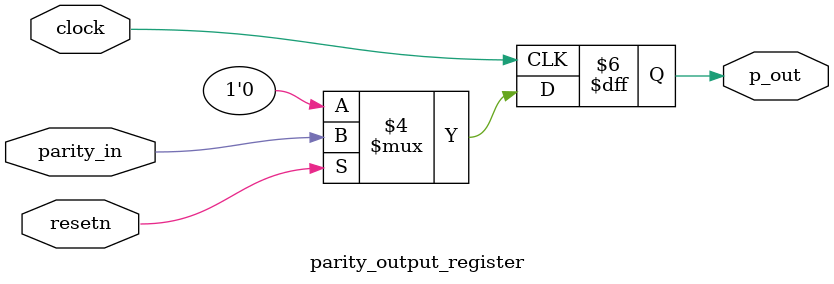
<source format=sv>
module sync_odd_parity_gen(
  input clock, resetn,
  input [7:0] din,
  output p_out
);
  wire parity_bit;
  
  parity_calculator parity_calc_inst (
    .data_in(din),
    .parity_out(parity_bit)
  );
  
  parity_output_register out_reg_inst (
    .clock(clock),
    .resetn(resetn),
    .parity_in(parity_bit),
    .p_out(p_out)
  );
endmodule

module parity_calculator (
  input [7:0] data_in,
  output parity_out
);
  wire [7:0] xor_tree;
  
  assign xor_tree[0] = data_in[0];
  assign xor_tree[1] = xor_tree[0] ^ data_in[1];
  assign xor_tree[2] = xor_tree[1] ^ data_in[2];
  assign xor_tree[3] = xor_tree[2] ^ data_in[3];
  assign xor_tree[4] = xor_tree[3] ^ data_in[4];
  assign xor_tree[5] = xor_tree[4] ^ data_in[5];
  assign xor_tree[6] = xor_tree[5] ^ data_in[6];
  assign xor_tree[7] = xor_tree[6] ^ data_in[7];
  
  assign parity_out = ~xor_tree[7];
endmodule

module parity_output_register (
  input clock,
  input resetn,
  input parity_in,
  output reg p_out
);
  always @(posedge clock) begin
    if (!resetn) begin
      p_out <= 1'b0;
    end else begin
      p_out <= parity_in;
    end
  end
endmodule
</source>
